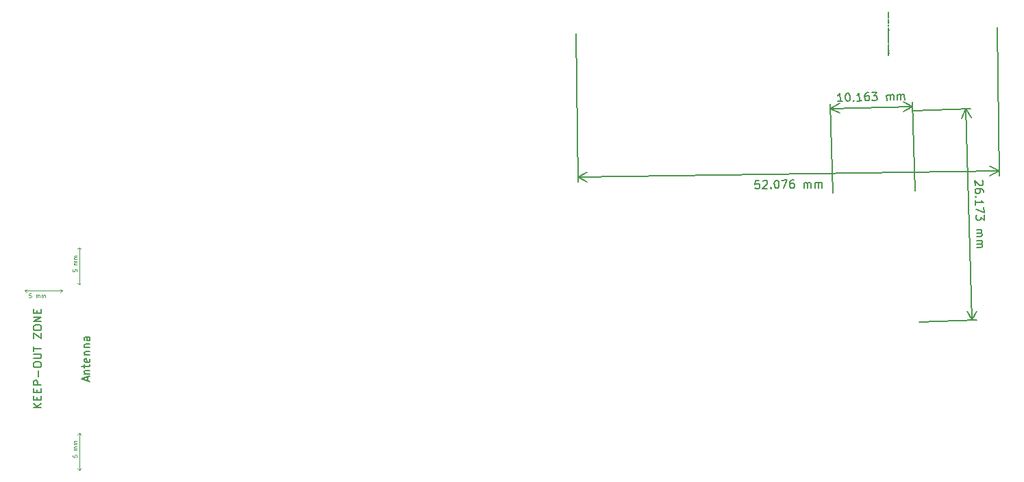
<source format=gbr>
G04 #@! TF.GenerationSoftware,KiCad,Pcbnew,5.1.10*
G04 #@! TF.CreationDate,2021-06-10T23:09:58+02:00*
G04 #@! TF.ProjectId,PlantCtrlESP32,506c616e-7443-4747-926c-45535033322e,rev?*
G04 #@! TF.SameCoordinates,Original*
G04 #@! TF.FileFunction,Other,Comment*
%FSLAX46Y46*%
G04 Gerber Fmt 4.6, Leading zero omitted, Abs format (unit mm)*
G04 Created by KiCad (PCBNEW 5.1.10) date 2021-06-10 23:09:58*
%MOMM*%
%LPD*%
G01*
G04 APERTURE LIST*
%ADD10C,0.150000*%
%ADD11C,0.100000*%
%ADD12C,0.002000*%
G04 APERTURE END LIST*
D10*
X277589033Y-83880909D02*
X277638018Y-83927121D01*
X277688390Y-84020933D01*
X277695322Y-84258927D01*
X277650496Y-84355511D01*
X277604283Y-84404496D01*
X277510472Y-84454868D01*
X277415274Y-84457641D01*
X277271091Y-84414201D01*
X276683268Y-83859651D01*
X276701291Y-84478436D01*
X277725822Y-85306102D02*
X277720277Y-85115707D01*
X277669905Y-85021895D01*
X277620920Y-84975683D01*
X277475350Y-84884644D01*
X277283569Y-84842591D01*
X276902778Y-84853682D01*
X276808966Y-84904053D01*
X276762754Y-84953039D01*
X276717928Y-85049623D01*
X276723473Y-85240018D01*
X276773845Y-85333830D01*
X276822830Y-85380042D01*
X276919414Y-85424868D01*
X277157408Y-85417936D01*
X277251220Y-85367565D01*
X277297432Y-85318579D01*
X277342258Y-85221995D01*
X277336713Y-85031600D01*
X277286341Y-84937789D01*
X277237356Y-84891576D01*
X277140772Y-84846750D01*
X276836694Y-85856031D02*
X276790481Y-85905016D01*
X276741496Y-85858803D01*
X276787709Y-85809818D01*
X276836694Y-85856031D01*
X276741496Y-85858803D01*
X276770610Y-86858380D02*
X276753973Y-86287193D01*
X276762292Y-86572786D02*
X277761868Y-86543672D01*
X277616298Y-86452634D01*
X277518328Y-86360209D01*
X277467956Y-86266398D01*
X277779891Y-87162458D02*
X277799300Y-87828842D01*
X276787246Y-87429566D01*
X277807618Y-88114435D02*
X277825641Y-88733220D01*
X277435146Y-88411119D01*
X277439305Y-88553916D01*
X277394479Y-88650500D01*
X277348266Y-88699485D01*
X277254455Y-88749857D01*
X277016460Y-88756788D01*
X276919876Y-88711962D01*
X276870891Y-88665750D01*
X276820519Y-88571939D01*
X276812201Y-88286345D01*
X276857027Y-88189761D01*
X276903240Y-88140776D01*
X276860724Y-89952306D02*
X277527108Y-89932896D01*
X277431911Y-89935669D02*
X277480896Y-89981882D01*
X277531267Y-90075693D01*
X277535427Y-90218489D01*
X277490600Y-90315074D01*
X277396789Y-90365445D01*
X276873202Y-90380695D01*
X277396789Y-90365445D02*
X277493373Y-90410271D01*
X277543745Y-90504083D01*
X277547904Y-90646879D01*
X277503078Y-90743463D01*
X277409267Y-90793835D01*
X276885679Y-90809085D01*
X276899543Y-91285074D02*
X277565927Y-91265664D01*
X277470729Y-91268437D02*
X277519714Y-91314650D01*
X277570086Y-91408461D01*
X277574245Y-91551258D01*
X277529419Y-91647842D01*
X277435608Y-91698213D01*
X276912020Y-91713463D01*
X277435608Y-91698213D02*
X277532192Y-91743039D01*
X277582563Y-91836851D01*
X277586722Y-91979647D01*
X277541896Y-92076231D01*
X277448085Y-92126603D01*
X276924498Y-92141853D01*
X276339010Y-101154029D02*
X275577010Y-74992029D01*
X269748000Y-101346000D02*
X276925182Y-101136956D01*
X268986000Y-75184000D02*
X276163182Y-74974956D01*
X275577010Y-74992029D02*
X276195979Y-76100982D01*
X275577010Y-74992029D02*
X275023635Y-76135128D01*
X276339010Y-101154029D02*
X276892385Y-100010930D01*
X276339010Y-101154029D02*
X275720041Y-100045076D01*
X250017433Y-83855732D02*
X249541294Y-83862700D01*
X249500648Y-84339536D01*
X249547565Y-84291226D01*
X249642096Y-84242218D01*
X249880166Y-84238734D01*
X249976090Y-84284954D01*
X250024401Y-84331872D01*
X250073409Y-84426403D01*
X250076893Y-84664472D01*
X250030672Y-84760397D01*
X249983755Y-84808708D01*
X249889224Y-84857715D01*
X249651154Y-84861199D01*
X249555230Y-84814979D01*
X249506919Y-84768062D01*
X250447352Y-83944689D02*
X250494270Y-83896378D01*
X250588801Y-83847371D01*
X250826870Y-83843887D01*
X250922795Y-83890107D01*
X250971106Y-83937024D01*
X251020113Y-84031555D01*
X251021507Y-84126783D01*
X250975983Y-84270322D01*
X250412977Y-84850051D01*
X251031959Y-84840992D01*
X251459091Y-84739493D02*
X251507401Y-84786411D01*
X251460484Y-84834721D01*
X251412174Y-84787804D01*
X251459091Y-84739493D01*
X251460484Y-84834721D01*
X252112447Y-83825073D02*
X252207675Y-83823680D01*
X252303600Y-83869900D01*
X252351910Y-83916817D01*
X252400918Y-84011348D01*
X252451319Y-84201107D01*
X252454803Y-84439177D01*
X252409976Y-84630330D01*
X252363756Y-84726254D01*
X252316839Y-84774565D01*
X252222308Y-84823573D01*
X252127080Y-84824966D01*
X252031155Y-84778746D01*
X251982844Y-84731829D01*
X251933837Y-84637298D01*
X251883436Y-84447539D01*
X251879952Y-84209469D01*
X251924778Y-84018316D01*
X251970999Y-83922392D01*
X252017916Y-83874081D01*
X252112447Y-83825073D01*
X252779042Y-83815318D02*
X253445638Y-83805563D01*
X253031745Y-84811727D01*
X254255075Y-83793718D02*
X254064619Y-83796505D01*
X253970088Y-83845513D01*
X253923171Y-83893823D01*
X253830033Y-84038059D01*
X253785206Y-84229211D01*
X253790781Y-84610123D01*
X253839788Y-84704654D01*
X253888099Y-84751571D01*
X253984024Y-84797791D01*
X254174479Y-84795004D01*
X254269011Y-84745997D01*
X254315928Y-84697686D01*
X254362148Y-84601761D01*
X254358664Y-84363692D01*
X254309657Y-84269161D01*
X254261346Y-84222243D01*
X254165421Y-84176023D01*
X253974965Y-84178810D01*
X253880434Y-84227818D01*
X253833517Y-84276128D01*
X253787297Y-84372053D01*
X255555284Y-84774797D02*
X255545529Y-84108202D01*
X255546923Y-84203430D02*
X255593840Y-84155119D01*
X255688371Y-84106112D01*
X255831213Y-84104021D01*
X255927137Y-84150242D01*
X255976145Y-84244773D01*
X255983810Y-84768526D01*
X255976145Y-84244773D02*
X256022365Y-84148848D01*
X256116896Y-84099841D01*
X256259738Y-84097750D01*
X256355663Y-84143971D01*
X256404670Y-84238502D01*
X256412335Y-84762255D01*
X256888475Y-84755287D02*
X256878720Y-84088692D01*
X256880113Y-84183920D02*
X256927030Y-84135609D01*
X257021561Y-84086602D01*
X257164403Y-84084511D01*
X257260328Y-84130732D01*
X257309335Y-84225263D01*
X257317000Y-84749016D01*
X257309335Y-84225263D02*
X257355556Y-84129338D01*
X257450087Y-84080331D01*
X257592929Y-84078240D01*
X257688853Y-84124461D01*
X257737861Y-84218992D01*
X257745526Y-84742745D01*
X227590085Y-83431476D02*
X279660085Y-82669476D01*
X227330000Y-65659000D02*
X227598666Y-84017834D01*
X279400000Y-64897000D02*
X279668666Y-83255834D01*
X279660085Y-82669476D02*
X278542283Y-83272318D01*
X279660085Y-82669476D02*
X278525121Y-82099602D01*
X227590085Y-83431476D02*
X228725049Y-84001350D01*
X227590085Y-83431476D02*
X228707887Y-82828634D01*
X260308156Y-74045062D02*
X259736906Y-74059343D01*
X260022531Y-74052203D02*
X259997539Y-73052515D01*
X259905901Y-73197708D01*
X259813073Y-73295296D01*
X259719055Y-73345281D01*
X260902019Y-73029903D02*
X260997227Y-73027523D01*
X261093625Y-73072747D01*
X261142420Y-73119161D01*
X261192404Y-73213179D01*
X261244769Y-73402406D01*
X261250719Y-73640426D01*
X261207875Y-73832033D01*
X261162651Y-73928432D01*
X261116237Y-73977226D01*
X261022219Y-74027210D01*
X260927011Y-74029591D01*
X260830612Y-73984367D01*
X260781818Y-73937953D01*
X260731834Y-73843934D01*
X260679469Y-73654708D01*
X260673519Y-73416687D01*
X260716362Y-73225080D01*
X260761586Y-73128682D01*
X260808000Y-73079887D01*
X260902019Y-73029903D01*
X261686297Y-73915341D02*
X261735092Y-73961755D01*
X261688678Y-74010549D01*
X261639883Y-73964135D01*
X261686297Y-73915341D01*
X261688678Y-74010549D01*
X262688365Y-73985557D02*
X262117115Y-73999838D01*
X262402740Y-73992697D02*
X262377748Y-72993010D01*
X262286110Y-73138202D01*
X262193282Y-73235791D01*
X262099264Y-73285775D01*
X263520248Y-72964447D02*
X263329831Y-72969208D01*
X263235813Y-73019192D01*
X263189399Y-73067986D01*
X263097761Y-73213179D01*
X263054917Y-73404786D01*
X263064438Y-73785619D01*
X263114423Y-73879637D01*
X263163217Y-73926052D01*
X263259615Y-73971276D01*
X263450032Y-73966515D01*
X263544050Y-73916531D01*
X263590464Y-73867736D01*
X263635688Y-73771338D01*
X263629738Y-73533317D01*
X263579753Y-73439299D01*
X263530959Y-73392885D01*
X263434561Y-73347661D01*
X263244144Y-73352421D01*
X263150126Y-73402406D01*
X263103712Y-73451200D01*
X263058488Y-73547598D01*
X263948686Y-72953736D02*
X264567540Y-72938265D01*
X264243832Y-73327429D01*
X264386644Y-73323859D01*
X264483042Y-73369083D01*
X264531837Y-73415497D01*
X264581821Y-73509515D01*
X264587772Y-73747536D01*
X264542548Y-73843934D01*
X264496134Y-73892729D01*
X264402115Y-73942713D01*
X264116490Y-73949854D01*
X264020092Y-73904630D01*
X263971298Y-73858216D01*
X265782636Y-73908200D02*
X265765975Y-73241742D01*
X265768355Y-73336950D02*
X265814769Y-73288156D01*
X265908787Y-73238171D01*
X266051600Y-73234601D01*
X266147998Y-73279825D01*
X266197983Y-73373843D01*
X266211074Y-73897489D01*
X266197983Y-73373843D02*
X266243207Y-73277445D01*
X266337225Y-73227460D01*
X266480038Y-73223890D01*
X266576436Y-73269114D01*
X266626420Y-73363132D01*
X266639512Y-73886778D01*
X267115553Y-73874877D02*
X267098892Y-73208419D01*
X267101272Y-73303627D02*
X267147686Y-73254833D01*
X267241704Y-73204848D01*
X267384517Y-73201278D01*
X267480915Y-73246502D01*
X267530900Y-73340520D01*
X267543991Y-73864166D01*
X267530900Y-73340520D02*
X267576124Y-73244122D01*
X267670142Y-73194137D01*
X267812954Y-73190567D01*
X267909353Y-73235791D01*
X267959337Y-73329809D01*
X267972428Y-73853455D01*
X268979654Y-74676159D02*
X258819654Y-74930159D01*
X269240000Y-85090000D02*
X268964998Y-74089921D01*
X259080000Y-85344000D02*
X258804998Y-74343921D01*
X258819654Y-74930159D02*
X259931150Y-74315768D01*
X258819654Y-74930159D02*
X259960462Y-75488243D01*
X268979654Y-74676159D02*
X267838846Y-74118075D01*
X268979654Y-74676159D02*
X267868158Y-75290550D01*
D11*
X165957000Y-96718000D02*
X165957000Y-92118000D01*
X165957000Y-92118000D02*
X165757000Y-92318000D01*
X165957000Y-92118000D02*
X166157000Y-92318000D01*
X165957000Y-96718000D02*
X165757000Y-96518000D01*
X165957000Y-96718000D02*
X166157000Y-96518000D01*
X165957000Y-119718000D02*
X165757000Y-119518000D01*
X165957000Y-119718000D02*
X166157000Y-119518000D01*
X165957000Y-115118000D02*
X166157000Y-115318000D01*
X165957000Y-119718000D02*
X165957000Y-115118000D01*
X165957000Y-115118000D02*
X165757000Y-115318000D01*
X163832000Y-97518000D02*
X163632000Y-97718000D01*
X163832000Y-97518000D02*
X163632000Y-97318000D01*
X159232000Y-97518000D02*
X159432000Y-97318000D01*
X163832000Y-97518000D02*
X159232000Y-97518000D01*
X159232000Y-97518000D02*
X159432000Y-97718000D01*
D12*
X265983357Y-68304833D02*
X265989404Y-68310880D01*
X265995452Y-68329023D01*
X265995452Y-68341119D01*
X265989404Y-68359261D01*
X265977309Y-68371357D01*
X265965214Y-68377404D01*
X265941023Y-68383452D01*
X265922880Y-68383452D01*
X265898690Y-68377404D01*
X265886595Y-68371357D01*
X265874500Y-68359261D01*
X265868452Y-68341119D01*
X265868452Y-68329023D01*
X265874500Y-68310880D01*
X265880547Y-68304833D01*
X265995452Y-68232261D02*
X265989404Y-68244357D01*
X265983357Y-68250404D01*
X265971261Y-68256452D01*
X265934976Y-68256452D01*
X265922880Y-68250404D01*
X265916833Y-68244357D01*
X265910785Y-68232261D01*
X265910785Y-68214119D01*
X265916833Y-68202023D01*
X265922880Y-68195976D01*
X265934976Y-68189928D01*
X265971261Y-68189928D01*
X265983357Y-68195976D01*
X265989404Y-68202023D01*
X265995452Y-68214119D01*
X265995452Y-68232261D01*
X265910785Y-68135500D02*
X266037785Y-68135500D01*
X265916833Y-68135500D02*
X265910785Y-68123404D01*
X265910785Y-68099214D01*
X265916833Y-68087119D01*
X265922880Y-68081071D01*
X265934976Y-68075023D01*
X265971261Y-68075023D01*
X265983357Y-68081071D01*
X265989404Y-68087119D01*
X265995452Y-68099214D01*
X265995452Y-68123404D01*
X265989404Y-68135500D01*
X265910785Y-68032690D02*
X265995452Y-68002452D01*
X265910785Y-67972214D02*
X265995452Y-68002452D01*
X266025690Y-68014547D01*
X266031738Y-68020595D01*
X266037785Y-68032690D01*
X265995452Y-67923833D02*
X265910785Y-67923833D01*
X265934976Y-67923833D02*
X265922880Y-67917785D01*
X265916833Y-67911738D01*
X265910785Y-67899642D01*
X265910785Y-67887547D01*
X265995452Y-67845214D02*
X265910785Y-67845214D01*
X265868452Y-67845214D02*
X265874500Y-67851261D01*
X265880547Y-67845214D01*
X265874500Y-67839166D01*
X265868452Y-67845214D01*
X265880547Y-67845214D01*
X265910785Y-67730309D02*
X266013595Y-67730309D01*
X266025690Y-67736357D01*
X266031738Y-67742404D01*
X266037785Y-67754500D01*
X266037785Y-67772642D01*
X266031738Y-67784738D01*
X265989404Y-67730309D02*
X265995452Y-67742404D01*
X265995452Y-67766595D01*
X265989404Y-67778690D01*
X265983357Y-67784738D01*
X265971261Y-67790785D01*
X265934976Y-67790785D01*
X265922880Y-67784738D01*
X265916833Y-67778690D01*
X265910785Y-67766595D01*
X265910785Y-67742404D01*
X265916833Y-67730309D01*
X265995452Y-67669833D02*
X265868452Y-67669833D01*
X265995452Y-67615404D02*
X265928928Y-67615404D01*
X265916833Y-67621452D01*
X265910785Y-67633547D01*
X265910785Y-67651690D01*
X265916833Y-67663785D01*
X265922880Y-67669833D01*
X265910785Y-67573071D02*
X265910785Y-67524690D01*
X265868452Y-67554928D02*
X265977309Y-67554928D01*
X265989404Y-67548880D01*
X265995452Y-67536785D01*
X265995452Y-67524690D01*
X265880547Y-67391642D02*
X265874500Y-67385595D01*
X265868452Y-67373500D01*
X265868452Y-67343261D01*
X265874500Y-67331166D01*
X265880547Y-67325119D01*
X265892642Y-67319071D01*
X265904738Y-67319071D01*
X265922880Y-67325119D01*
X265995452Y-67397690D01*
X265995452Y-67319071D01*
X265868452Y-67240452D02*
X265868452Y-67228357D01*
X265874500Y-67216261D01*
X265880547Y-67210214D01*
X265892642Y-67204166D01*
X265916833Y-67198119D01*
X265947071Y-67198119D01*
X265971261Y-67204166D01*
X265983357Y-67210214D01*
X265989404Y-67216261D01*
X265995452Y-67228357D01*
X265995452Y-67240452D01*
X265989404Y-67252547D01*
X265983357Y-67258595D01*
X265971261Y-67264642D01*
X265947071Y-67270690D01*
X265916833Y-67270690D01*
X265892642Y-67264642D01*
X265880547Y-67258595D01*
X265874500Y-67252547D01*
X265868452Y-67240452D01*
X265995452Y-67077166D02*
X265995452Y-67149738D01*
X265995452Y-67113452D02*
X265868452Y-67113452D01*
X265886595Y-67125547D01*
X265898690Y-67137642D01*
X265904738Y-67149738D01*
X265868452Y-66968309D02*
X265868452Y-66992500D01*
X265874500Y-67004595D01*
X265880547Y-67010642D01*
X265898690Y-67022738D01*
X265922880Y-67028785D01*
X265971261Y-67028785D01*
X265983357Y-67022738D01*
X265989404Y-67016690D01*
X265995452Y-67004595D01*
X265995452Y-66980404D01*
X265989404Y-66968309D01*
X265983357Y-66962261D01*
X265971261Y-66956214D01*
X265941023Y-66956214D01*
X265928928Y-66962261D01*
X265922880Y-66968309D01*
X265916833Y-66980404D01*
X265916833Y-67004595D01*
X265922880Y-67016690D01*
X265928928Y-67022738D01*
X265941023Y-67028785D01*
X265959166Y-66811071D02*
X265959166Y-66750595D01*
X265995452Y-66823166D02*
X265868452Y-66780833D01*
X265995452Y-66738500D01*
X265989404Y-66641738D02*
X265995452Y-66653833D01*
X265995452Y-66678023D01*
X265989404Y-66690119D01*
X265983357Y-66696166D01*
X265971261Y-66702214D01*
X265934976Y-66702214D01*
X265922880Y-66696166D01*
X265916833Y-66690119D01*
X265910785Y-66678023D01*
X265910785Y-66653833D01*
X265916833Y-66641738D01*
X265989404Y-66532880D02*
X265995452Y-66544976D01*
X265995452Y-66569166D01*
X265989404Y-66581261D01*
X265983357Y-66587309D01*
X265971261Y-66593357D01*
X265934976Y-66593357D01*
X265922880Y-66587309D01*
X265916833Y-66581261D01*
X265910785Y-66569166D01*
X265910785Y-66544976D01*
X265916833Y-66532880D01*
X265989404Y-66430071D02*
X265995452Y-66442166D01*
X265995452Y-66466357D01*
X265989404Y-66478452D01*
X265977309Y-66484500D01*
X265928928Y-66484500D01*
X265916833Y-66478452D01*
X265910785Y-66466357D01*
X265910785Y-66442166D01*
X265916833Y-66430071D01*
X265928928Y-66424023D01*
X265941023Y-66424023D01*
X265953119Y-66484500D01*
X265995452Y-66351452D02*
X265989404Y-66363547D01*
X265977309Y-66369595D01*
X265868452Y-66369595D01*
X265989404Y-66254690D02*
X265995452Y-66266785D01*
X265995452Y-66290976D01*
X265989404Y-66303071D01*
X265977309Y-66309119D01*
X265928928Y-66309119D01*
X265916833Y-66303071D01*
X265910785Y-66290976D01*
X265910785Y-66266785D01*
X265916833Y-66254690D01*
X265928928Y-66248642D01*
X265941023Y-66248642D01*
X265953119Y-66309119D01*
X265995452Y-66194214D02*
X265910785Y-66194214D01*
X265934976Y-66194214D02*
X265922880Y-66188166D01*
X265916833Y-66182119D01*
X265910785Y-66170023D01*
X265910785Y-66157928D01*
X265995452Y-66061166D02*
X265928928Y-66061166D01*
X265916833Y-66067214D01*
X265910785Y-66079309D01*
X265910785Y-66103500D01*
X265916833Y-66115595D01*
X265989404Y-66061166D02*
X265995452Y-66073261D01*
X265995452Y-66103500D01*
X265989404Y-66115595D01*
X265977309Y-66121642D01*
X265965214Y-66121642D01*
X265953119Y-66115595D01*
X265947071Y-66103500D01*
X265947071Y-66073261D01*
X265941023Y-66061166D01*
X265910785Y-66018833D02*
X265910785Y-65970452D01*
X265868452Y-66000690D02*
X265977309Y-66000690D01*
X265989404Y-65994642D01*
X265995452Y-65982547D01*
X265995452Y-65970452D01*
X265989404Y-65879738D02*
X265995452Y-65891833D01*
X265995452Y-65916023D01*
X265989404Y-65928119D01*
X265977309Y-65934166D01*
X265928928Y-65934166D01*
X265916833Y-65928119D01*
X265910785Y-65916023D01*
X265910785Y-65891833D01*
X265916833Y-65879738D01*
X265928928Y-65873690D01*
X265941023Y-65873690D01*
X265953119Y-65934166D01*
X265995452Y-65764833D02*
X265868452Y-65764833D01*
X265989404Y-65764833D02*
X265995452Y-65776928D01*
X265995452Y-65801119D01*
X265989404Y-65813214D01*
X265983357Y-65819261D01*
X265971261Y-65825309D01*
X265934976Y-65825309D01*
X265922880Y-65819261D01*
X265916833Y-65813214D01*
X265910785Y-65801119D01*
X265910785Y-65776928D01*
X265916833Y-65764833D01*
X265995452Y-65607595D02*
X265868452Y-65607595D01*
X265868452Y-65577357D01*
X265874500Y-65559214D01*
X265886595Y-65547119D01*
X265898690Y-65541071D01*
X265922880Y-65535023D01*
X265941023Y-65535023D01*
X265965214Y-65541071D01*
X265977309Y-65547119D01*
X265989404Y-65559214D01*
X265995452Y-65577357D01*
X265995452Y-65607595D01*
X265989404Y-65432214D02*
X265995452Y-65444309D01*
X265995452Y-65468500D01*
X265989404Y-65480595D01*
X265977309Y-65486642D01*
X265928928Y-65486642D01*
X265916833Y-65480595D01*
X265910785Y-65468500D01*
X265910785Y-65444309D01*
X265916833Y-65432214D01*
X265928928Y-65426166D01*
X265941023Y-65426166D01*
X265953119Y-65486642D01*
X265989404Y-65377785D02*
X265995452Y-65365690D01*
X265995452Y-65341500D01*
X265989404Y-65329404D01*
X265977309Y-65323357D01*
X265971261Y-65323357D01*
X265959166Y-65329404D01*
X265953119Y-65341500D01*
X265953119Y-65359642D01*
X265947071Y-65371738D01*
X265934976Y-65377785D01*
X265928928Y-65377785D01*
X265916833Y-65371738D01*
X265910785Y-65359642D01*
X265910785Y-65341500D01*
X265916833Y-65329404D01*
X265995452Y-65268928D02*
X265910785Y-65268928D01*
X265868452Y-65268928D02*
X265874500Y-65274976D01*
X265880547Y-65268928D01*
X265874500Y-65262880D01*
X265868452Y-65268928D01*
X265880547Y-65268928D01*
X265910785Y-65154023D02*
X266013595Y-65154023D01*
X266025690Y-65160071D01*
X266031738Y-65166119D01*
X266037785Y-65178214D01*
X266037785Y-65196357D01*
X266031738Y-65208452D01*
X265989404Y-65154023D02*
X265995452Y-65166119D01*
X265995452Y-65190309D01*
X265989404Y-65202404D01*
X265983357Y-65208452D01*
X265971261Y-65214500D01*
X265934976Y-65214500D01*
X265922880Y-65208452D01*
X265916833Y-65202404D01*
X265910785Y-65190309D01*
X265910785Y-65166119D01*
X265916833Y-65154023D01*
X265910785Y-65093547D02*
X265995452Y-65093547D01*
X265922880Y-65093547D02*
X265916833Y-65087500D01*
X265910785Y-65075404D01*
X265910785Y-65057261D01*
X265916833Y-65045166D01*
X265928928Y-65039119D01*
X265995452Y-65039119D01*
X265989404Y-64984690D02*
X265995452Y-64972595D01*
X265995452Y-64948404D01*
X265989404Y-64936309D01*
X265977309Y-64930261D01*
X265971261Y-64930261D01*
X265959166Y-64936309D01*
X265953119Y-64948404D01*
X265953119Y-64966547D01*
X265947071Y-64978642D01*
X265934976Y-64984690D01*
X265928928Y-64984690D01*
X265916833Y-64978642D01*
X265910785Y-64966547D01*
X265910785Y-64948404D01*
X265916833Y-64936309D01*
X265983357Y-64875833D02*
X265989404Y-64869785D01*
X265995452Y-64875833D01*
X265989404Y-64881880D01*
X265983357Y-64875833D01*
X265995452Y-64875833D01*
X265959166Y-64724642D02*
X265959166Y-64664166D01*
X265995452Y-64736738D02*
X265868452Y-64694404D01*
X265995452Y-64652071D01*
X265995452Y-64591595D02*
X265989404Y-64603690D01*
X265977309Y-64609738D01*
X265868452Y-64609738D01*
X265995452Y-64525071D02*
X265989404Y-64537166D01*
X265977309Y-64543214D01*
X265868452Y-64543214D01*
X265995452Y-64379928D02*
X265910785Y-64379928D01*
X265934976Y-64379928D02*
X265922880Y-64373880D01*
X265916833Y-64367833D01*
X265910785Y-64355738D01*
X265910785Y-64343642D01*
X265995452Y-64301309D02*
X265910785Y-64301309D01*
X265868452Y-64301309D02*
X265874500Y-64307357D01*
X265880547Y-64301309D01*
X265874500Y-64295261D01*
X265868452Y-64301309D01*
X265880547Y-64301309D01*
X265910785Y-64186404D02*
X266013595Y-64186404D01*
X266025690Y-64192452D01*
X266031738Y-64198500D01*
X266037785Y-64210595D01*
X266037785Y-64228738D01*
X266031738Y-64240833D01*
X265989404Y-64186404D02*
X265995452Y-64198500D01*
X265995452Y-64222690D01*
X265989404Y-64234785D01*
X265983357Y-64240833D01*
X265971261Y-64246880D01*
X265934976Y-64246880D01*
X265922880Y-64240833D01*
X265916833Y-64234785D01*
X265910785Y-64222690D01*
X265910785Y-64198500D01*
X265916833Y-64186404D01*
X265995452Y-64125928D02*
X265868452Y-64125928D01*
X265995452Y-64071500D02*
X265928928Y-64071500D01*
X265916833Y-64077547D01*
X265910785Y-64089642D01*
X265910785Y-64107785D01*
X265916833Y-64119880D01*
X265922880Y-64125928D01*
X265910785Y-64029166D02*
X265910785Y-63980785D01*
X265868452Y-64011023D02*
X265977309Y-64011023D01*
X265989404Y-64004976D01*
X265995452Y-63992880D01*
X265995452Y-63980785D01*
X265989404Y-63944500D02*
X265995452Y-63932404D01*
X265995452Y-63908214D01*
X265989404Y-63896119D01*
X265977309Y-63890071D01*
X265971261Y-63890071D01*
X265959166Y-63896119D01*
X265953119Y-63908214D01*
X265953119Y-63926357D01*
X265947071Y-63938452D01*
X265934976Y-63944500D01*
X265928928Y-63944500D01*
X265916833Y-63938452D01*
X265910785Y-63926357D01*
X265910785Y-63908214D01*
X265916833Y-63896119D01*
X265995452Y-63738880D02*
X265910785Y-63738880D01*
X265934976Y-63738880D02*
X265922880Y-63732833D01*
X265916833Y-63726785D01*
X265910785Y-63714690D01*
X265910785Y-63702595D01*
X265989404Y-63611880D02*
X265995452Y-63623976D01*
X265995452Y-63648166D01*
X265989404Y-63660261D01*
X265977309Y-63666309D01*
X265928928Y-63666309D01*
X265916833Y-63660261D01*
X265910785Y-63648166D01*
X265910785Y-63623976D01*
X265916833Y-63611880D01*
X265928928Y-63605833D01*
X265941023Y-63605833D01*
X265953119Y-63666309D01*
X265989404Y-63557452D02*
X265995452Y-63545357D01*
X265995452Y-63521166D01*
X265989404Y-63509071D01*
X265977309Y-63503023D01*
X265971261Y-63503023D01*
X265959166Y-63509071D01*
X265953119Y-63521166D01*
X265953119Y-63539309D01*
X265947071Y-63551404D01*
X265934976Y-63557452D01*
X265928928Y-63557452D01*
X265916833Y-63551404D01*
X265910785Y-63539309D01*
X265910785Y-63521166D01*
X265916833Y-63509071D01*
X265989404Y-63400214D02*
X265995452Y-63412309D01*
X265995452Y-63436500D01*
X265989404Y-63448595D01*
X265977309Y-63454642D01*
X265928928Y-63454642D01*
X265916833Y-63448595D01*
X265910785Y-63436500D01*
X265910785Y-63412309D01*
X265916833Y-63400214D01*
X265928928Y-63394166D01*
X265941023Y-63394166D01*
X265953119Y-63454642D01*
X265995452Y-63339738D02*
X265910785Y-63339738D01*
X265934976Y-63339738D02*
X265922880Y-63333690D01*
X265916833Y-63327642D01*
X265910785Y-63315547D01*
X265910785Y-63303452D01*
X265910785Y-63273214D02*
X265995452Y-63242976D01*
X265910785Y-63212738D01*
X265989404Y-63115976D02*
X265995452Y-63128071D01*
X265995452Y-63152261D01*
X265989404Y-63164357D01*
X265977309Y-63170404D01*
X265928928Y-63170404D01*
X265916833Y-63164357D01*
X265910785Y-63152261D01*
X265910785Y-63128071D01*
X265916833Y-63115976D01*
X265928928Y-63109928D01*
X265941023Y-63109928D01*
X265953119Y-63170404D01*
X265995452Y-63001071D02*
X265868452Y-63001071D01*
X265989404Y-63001071D02*
X265995452Y-63013166D01*
X265995452Y-63037357D01*
X265989404Y-63049452D01*
X265983357Y-63055500D01*
X265971261Y-63061547D01*
X265934976Y-63061547D01*
X265922880Y-63055500D01*
X265916833Y-63049452D01*
X265910785Y-63037357D01*
X265910785Y-63013166D01*
X265916833Y-63001071D01*
X265983357Y-62940595D02*
X265989404Y-62934547D01*
X265995452Y-62940595D01*
X265989404Y-62946642D01*
X265983357Y-62940595D01*
X265995452Y-62940595D01*
D10*
X161284380Y-111989428D02*
X160284380Y-111989428D01*
X161284380Y-111418000D02*
X160712952Y-111846571D01*
X160284380Y-111418000D02*
X160855809Y-111989428D01*
X160760571Y-110989428D02*
X160760571Y-110656095D01*
X161284380Y-110513238D02*
X161284380Y-110989428D01*
X160284380Y-110989428D01*
X160284380Y-110513238D01*
X160760571Y-110084666D02*
X160760571Y-109751333D01*
X161284380Y-109608476D02*
X161284380Y-110084666D01*
X160284380Y-110084666D01*
X160284380Y-109608476D01*
X161284380Y-109179904D02*
X160284380Y-109179904D01*
X160284380Y-108798952D01*
X160332000Y-108703714D01*
X160379619Y-108656095D01*
X160474857Y-108608476D01*
X160617714Y-108608476D01*
X160712952Y-108656095D01*
X160760571Y-108703714D01*
X160808190Y-108798952D01*
X160808190Y-109179904D01*
X160903428Y-108179904D02*
X160903428Y-107418000D01*
X160284380Y-106751333D02*
X160284380Y-106560857D01*
X160332000Y-106465619D01*
X160427238Y-106370380D01*
X160617714Y-106322761D01*
X160951047Y-106322761D01*
X161141523Y-106370380D01*
X161236761Y-106465619D01*
X161284380Y-106560857D01*
X161284380Y-106751333D01*
X161236761Y-106846571D01*
X161141523Y-106941809D01*
X160951047Y-106989428D01*
X160617714Y-106989428D01*
X160427238Y-106941809D01*
X160332000Y-106846571D01*
X160284380Y-106751333D01*
X160284380Y-105894190D02*
X161093904Y-105894190D01*
X161189142Y-105846571D01*
X161236761Y-105798952D01*
X161284380Y-105703714D01*
X161284380Y-105513238D01*
X161236761Y-105418000D01*
X161189142Y-105370380D01*
X161093904Y-105322761D01*
X160284380Y-105322761D01*
X160284380Y-104989428D02*
X160284380Y-104418000D01*
X161284380Y-104703714D02*
X160284380Y-104703714D01*
X160284380Y-103418000D02*
X160284380Y-102751333D01*
X161284380Y-103418000D01*
X161284380Y-102751333D01*
X160284380Y-102179904D02*
X160284380Y-101989428D01*
X160332000Y-101894190D01*
X160427238Y-101798952D01*
X160617714Y-101751333D01*
X160951047Y-101751333D01*
X161141523Y-101798952D01*
X161236761Y-101894190D01*
X161284380Y-101989428D01*
X161284380Y-102179904D01*
X161236761Y-102275142D01*
X161141523Y-102370380D01*
X160951047Y-102418000D01*
X160617714Y-102418000D01*
X160427238Y-102370380D01*
X160332000Y-102275142D01*
X160284380Y-102179904D01*
X161284380Y-101322761D02*
X160284380Y-101322761D01*
X161284380Y-100751333D01*
X160284380Y-100751333D01*
X160760571Y-100275142D02*
X160760571Y-99941809D01*
X161284380Y-99798952D02*
X161284380Y-100275142D01*
X160284380Y-100275142D01*
X160284380Y-99798952D01*
X166998666Y-108679904D02*
X166998666Y-108203714D01*
X167284380Y-108775142D02*
X166284380Y-108441809D01*
X167284380Y-108108476D01*
X166617714Y-107775142D02*
X167284380Y-107775142D01*
X166712952Y-107775142D02*
X166665333Y-107727523D01*
X166617714Y-107632285D01*
X166617714Y-107489428D01*
X166665333Y-107394190D01*
X166760571Y-107346571D01*
X167284380Y-107346571D01*
X166617714Y-107013238D02*
X166617714Y-106632285D01*
X166284380Y-106870380D02*
X167141523Y-106870380D01*
X167236761Y-106822761D01*
X167284380Y-106727523D01*
X167284380Y-106632285D01*
X167236761Y-105918000D02*
X167284380Y-106013238D01*
X167284380Y-106203714D01*
X167236761Y-106298952D01*
X167141523Y-106346571D01*
X166760571Y-106346571D01*
X166665333Y-106298952D01*
X166617714Y-106203714D01*
X166617714Y-106013238D01*
X166665333Y-105918000D01*
X166760571Y-105870380D01*
X166855809Y-105870380D01*
X166951047Y-106346571D01*
X166617714Y-105441809D02*
X167284380Y-105441809D01*
X166712952Y-105441809D02*
X166665333Y-105394190D01*
X166617714Y-105298952D01*
X166617714Y-105156095D01*
X166665333Y-105060857D01*
X166760571Y-105013238D01*
X167284380Y-105013238D01*
X166617714Y-104537047D02*
X167284380Y-104537047D01*
X166712952Y-104537047D02*
X166665333Y-104489428D01*
X166617714Y-104394190D01*
X166617714Y-104251333D01*
X166665333Y-104156095D01*
X166760571Y-104108476D01*
X167284380Y-104108476D01*
X167284380Y-103203714D02*
X166760571Y-103203714D01*
X166665333Y-103251333D01*
X166617714Y-103346571D01*
X166617714Y-103537047D01*
X166665333Y-103632285D01*
X167236761Y-103203714D02*
X167284380Y-103298952D01*
X167284380Y-103537047D01*
X167236761Y-103632285D01*
X167141523Y-103679904D01*
X167046285Y-103679904D01*
X166951047Y-103632285D01*
X166903428Y-103537047D01*
X166903428Y-103298952D01*
X166855809Y-103203714D01*
D11*
X165183190Y-94856095D02*
X165183190Y-95094190D01*
X165421285Y-95118000D01*
X165397476Y-95094190D01*
X165373666Y-95046571D01*
X165373666Y-94927523D01*
X165397476Y-94879904D01*
X165421285Y-94856095D01*
X165468904Y-94832285D01*
X165587952Y-94832285D01*
X165635571Y-94856095D01*
X165659380Y-94879904D01*
X165683190Y-94927523D01*
X165683190Y-95046571D01*
X165659380Y-95094190D01*
X165635571Y-95118000D01*
X165683190Y-94237047D02*
X165349857Y-94237047D01*
X165397476Y-94237047D02*
X165373666Y-94213238D01*
X165349857Y-94165619D01*
X165349857Y-94094190D01*
X165373666Y-94046571D01*
X165421285Y-94022761D01*
X165683190Y-94022761D01*
X165421285Y-94022761D02*
X165373666Y-93998952D01*
X165349857Y-93951333D01*
X165349857Y-93879904D01*
X165373666Y-93832285D01*
X165421285Y-93808476D01*
X165683190Y-93808476D01*
X165683190Y-93570380D02*
X165349857Y-93570380D01*
X165397476Y-93570380D02*
X165373666Y-93546571D01*
X165349857Y-93498952D01*
X165349857Y-93427523D01*
X165373666Y-93379904D01*
X165421285Y-93356095D01*
X165683190Y-93356095D01*
X165421285Y-93356095D02*
X165373666Y-93332285D01*
X165349857Y-93284666D01*
X165349857Y-93213238D01*
X165373666Y-93165619D01*
X165421285Y-93141809D01*
X165683190Y-93141809D01*
X165183190Y-117856095D02*
X165183190Y-118094190D01*
X165421285Y-118118000D01*
X165397476Y-118094190D01*
X165373666Y-118046571D01*
X165373666Y-117927523D01*
X165397476Y-117879904D01*
X165421285Y-117856095D01*
X165468904Y-117832285D01*
X165587952Y-117832285D01*
X165635571Y-117856095D01*
X165659380Y-117879904D01*
X165683190Y-117927523D01*
X165683190Y-118046571D01*
X165659380Y-118094190D01*
X165635571Y-118118000D01*
X165683190Y-117237047D02*
X165349857Y-117237047D01*
X165397476Y-117237047D02*
X165373666Y-117213238D01*
X165349857Y-117165619D01*
X165349857Y-117094190D01*
X165373666Y-117046571D01*
X165421285Y-117022761D01*
X165683190Y-117022761D01*
X165421285Y-117022761D02*
X165373666Y-116998952D01*
X165349857Y-116951333D01*
X165349857Y-116879904D01*
X165373666Y-116832285D01*
X165421285Y-116808476D01*
X165683190Y-116808476D01*
X165683190Y-116570380D02*
X165349857Y-116570380D01*
X165397476Y-116570380D02*
X165373666Y-116546571D01*
X165349857Y-116498952D01*
X165349857Y-116427523D01*
X165373666Y-116379904D01*
X165421285Y-116356095D01*
X165683190Y-116356095D01*
X165421285Y-116356095D02*
X165373666Y-116332285D01*
X165349857Y-116284666D01*
X165349857Y-116213238D01*
X165373666Y-116165619D01*
X165421285Y-116141809D01*
X165683190Y-116141809D01*
X160018904Y-97844190D02*
X159780809Y-97844190D01*
X159757000Y-98082285D01*
X159780809Y-98058476D01*
X159828428Y-98034666D01*
X159947476Y-98034666D01*
X159995095Y-98058476D01*
X160018904Y-98082285D01*
X160042714Y-98129904D01*
X160042714Y-98248952D01*
X160018904Y-98296571D01*
X159995095Y-98320380D01*
X159947476Y-98344190D01*
X159828428Y-98344190D01*
X159780809Y-98320380D01*
X159757000Y-98296571D01*
X160637952Y-98344190D02*
X160637952Y-98010857D01*
X160637952Y-98058476D02*
X160661761Y-98034666D01*
X160709380Y-98010857D01*
X160780809Y-98010857D01*
X160828428Y-98034666D01*
X160852238Y-98082285D01*
X160852238Y-98344190D01*
X160852238Y-98082285D02*
X160876047Y-98034666D01*
X160923666Y-98010857D01*
X160995095Y-98010857D01*
X161042714Y-98034666D01*
X161066523Y-98082285D01*
X161066523Y-98344190D01*
X161304619Y-98344190D02*
X161304619Y-98010857D01*
X161304619Y-98058476D02*
X161328428Y-98034666D01*
X161376047Y-98010857D01*
X161447476Y-98010857D01*
X161495095Y-98034666D01*
X161518904Y-98082285D01*
X161518904Y-98344190D01*
X161518904Y-98082285D02*
X161542714Y-98034666D01*
X161590333Y-98010857D01*
X161661761Y-98010857D01*
X161709380Y-98034666D01*
X161733190Y-98082285D01*
X161733190Y-98344190D01*
M02*

</source>
